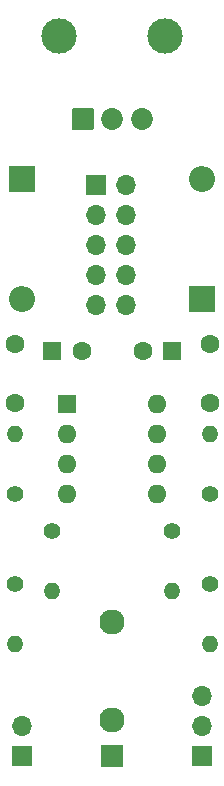
<source format=gbr>
%TF.GenerationSoftware,KiCad,Pcbnew,(5.1.8)-1*%
%TF.CreationDate,2021-01-05T22:27:56+01:00*%
%TF.ProjectId,HeadphoneOutV1,48656164-7068-46f6-9e65-4f757456312e,rev?*%
%TF.SameCoordinates,Original*%
%TF.FileFunction,Soldermask,Top*%
%TF.FilePolarity,Negative*%
%FSLAX46Y46*%
G04 Gerber Fmt 4.6, Leading zero omitted, Abs format (unit mm)*
G04 Created by KiCad (PCBNEW (5.1.8)-1) date 2021-01-05 22:27:56*
%MOMM*%
%LPD*%
G01*
G04 APERTURE LIST*
%ADD10O,1.700000X1.700000*%
%ADD11R,1.700000X1.700000*%
%ADD12O,1.600000X1.600000*%
%ADD13R,1.600000X1.600000*%
%ADD14C,2.997200*%
%ADD15C,1.853200*%
%ADD16O,1.400000X1.400000*%
%ADD17C,1.400000*%
%ADD18C,2.130000*%
%ADD19R,1.930000X1.830000*%
%ADD20O,2.200000X2.200000*%
%ADD21R,2.200000X2.200000*%
%ADD22C,1.600000*%
G04 APERTURE END LIST*
D10*
%TO.C,J1*%
X36068000Y-66548000D03*
X33528000Y-66548000D03*
X36068000Y-64008000D03*
X33528000Y-64008000D03*
X36068000Y-61468000D03*
X33528000Y-61468000D03*
X36068000Y-58928000D03*
X33528000Y-58928000D03*
X36068000Y-56388000D03*
D11*
X33528000Y-56388000D03*
%TD*%
D10*
%TO.C,J4*%
X27305000Y-102235000D03*
D11*
X27305000Y-104775000D03*
%TD*%
D10*
%TO.C,J3*%
X42545000Y-99695000D03*
X42545000Y-102235000D03*
D11*
X42545000Y-104775000D03*
%TD*%
D12*
%TO.C,U1*%
X38735000Y-74930000D03*
X31115000Y-82550000D03*
X38735000Y-77470000D03*
X31115000Y-80010000D03*
X38735000Y-80010000D03*
X31115000Y-77470000D03*
X38735000Y-82550000D03*
D13*
X31115000Y-74930000D03*
%TD*%
D14*
%TO.C,RV1*%
X30425000Y-43815000D03*
X39425000Y-43815000D03*
D15*
X37425000Y-50815000D03*
X34925000Y-50815000D03*
G36*
G01*
X31600000Y-49888400D02*
X33250000Y-49888400D01*
G75*
G02*
X33351600Y-49990000I0J-101600D01*
G01*
X33351600Y-51640000D01*
G75*
G02*
X33250000Y-51741600I-101600J0D01*
G01*
X31600000Y-51741600D01*
G75*
G02*
X31498400Y-51640000I0J101600D01*
G01*
X31498400Y-49990000D01*
G75*
G02*
X31600000Y-49888400I101600J0D01*
G01*
G37*
%TD*%
D16*
%TO.C,R6*%
X29845000Y-90805000D03*
D17*
X29845000Y-85725000D03*
%TD*%
D16*
%TO.C,R5*%
X26670000Y-77470000D03*
D17*
X26670000Y-82550000D03*
%TD*%
D16*
%TO.C,R4*%
X40005000Y-90805000D03*
D17*
X40005000Y-85725000D03*
%TD*%
D16*
%TO.C,R3*%
X43180000Y-77470000D03*
D17*
X43180000Y-82550000D03*
%TD*%
D16*
%TO.C,R2*%
X43180000Y-95250000D03*
D17*
X43180000Y-90170000D03*
%TD*%
D16*
%TO.C,R1*%
X26670000Y-95250000D03*
D17*
X26670000Y-90170000D03*
%TD*%
D18*
%TO.C,J2*%
X34925000Y-93375000D03*
D19*
X34925000Y-104775000D03*
D18*
X34925000Y-101675000D03*
%TD*%
D20*
%TO.C,D2*%
X27305000Y-66040000D03*
D21*
X27305000Y-55880000D03*
%TD*%
D20*
%TO.C,D1*%
X42545000Y-55880000D03*
D21*
X42545000Y-66040000D03*
%TD*%
D22*
%TO.C,C6*%
X37505000Y-70485000D03*
D13*
X40005000Y-70485000D03*
%TD*%
D22*
%TO.C,C3*%
X26670000Y-74850000D03*
X26670000Y-69850000D03*
%TD*%
%TO.C,C2*%
X32345000Y-70485000D03*
D13*
X29845000Y-70485000D03*
%TD*%
D22*
%TO.C,C1*%
X43180000Y-74850000D03*
X43180000Y-69850000D03*
%TD*%
M02*

</source>
